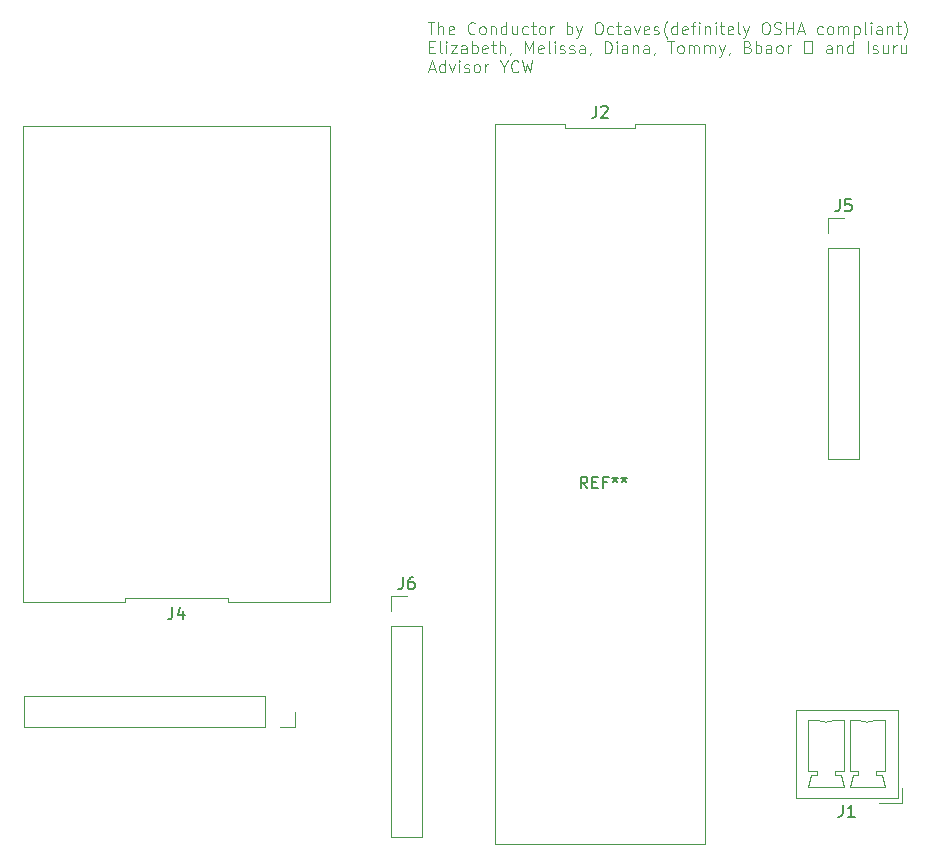
<source format=gbr>
%TF.GenerationSoftware,KiCad,Pcbnew,8.0.3*%
%TF.CreationDate,2024-07-18T11:22:03-07:00*%
%TF.ProjectId,pcb_test,7063625f-7465-4737-942e-6b696361645f,rev?*%
%TF.SameCoordinates,Original*%
%TF.FileFunction,Legend,Top*%
%TF.FilePolarity,Positive*%
%FSLAX46Y46*%
G04 Gerber Fmt 4.6, Leading zero omitted, Abs format (unit mm)*
G04 Created by KiCad (PCBNEW 8.0.3) date 2024-07-18 11:22:03*
%MOMM*%
%LPD*%
G01*
G04 APERTURE LIST*
%ADD10C,0.100000*%
%ADD11C,0.150000*%
%ADD12C,0.120000*%
G04 APERTURE END LIST*
D10*
X100161027Y-30652531D02*
X100732455Y-30652531D01*
X100446741Y-31652531D02*
X100446741Y-30652531D01*
X101065789Y-31652531D02*
X101065789Y-30652531D01*
X101494360Y-31652531D02*
X101494360Y-31128721D01*
X101494360Y-31128721D02*
X101446741Y-31033483D01*
X101446741Y-31033483D02*
X101351503Y-30985864D01*
X101351503Y-30985864D02*
X101208646Y-30985864D01*
X101208646Y-30985864D02*
X101113408Y-31033483D01*
X101113408Y-31033483D02*
X101065789Y-31081102D01*
X102351503Y-31604912D02*
X102256265Y-31652531D01*
X102256265Y-31652531D02*
X102065789Y-31652531D01*
X102065789Y-31652531D02*
X101970551Y-31604912D01*
X101970551Y-31604912D02*
X101922932Y-31509673D01*
X101922932Y-31509673D02*
X101922932Y-31128721D01*
X101922932Y-31128721D02*
X101970551Y-31033483D01*
X101970551Y-31033483D02*
X102065789Y-30985864D01*
X102065789Y-30985864D02*
X102256265Y-30985864D01*
X102256265Y-30985864D02*
X102351503Y-31033483D01*
X102351503Y-31033483D02*
X102399122Y-31128721D01*
X102399122Y-31128721D02*
X102399122Y-31223959D01*
X102399122Y-31223959D02*
X101922932Y-31319197D01*
X104161027Y-31557292D02*
X104113408Y-31604912D01*
X104113408Y-31604912D02*
X103970551Y-31652531D01*
X103970551Y-31652531D02*
X103875313Y-31652531D01*
X103875313Y-31652531D02*
X103732456Y-31604912D01*
X103732456Y-31604912D02*
X103637218Y-31509673D01*
X103637218Y-31509673D02*
X103589599Y-31414435D01*
X103589599Y-31414435D02*
X103541980Y-31223959D01*
X103541980Y-31223959D02*
X103541980Y-31081102D01*
X103541980Y-31081102D02*
X103589599Y-30890626D01*
X103589599Y-30890626D02*
X103637218Y-30795388D01*
X103637218Y-30795388D02*
X103732456Y-30700150D01*
X103732456Y-30700150D02*
X103875313Y-30652531D01*
X103875313Y-30652531D02*
X103970551Y-30652531D01*
X103970551Y-30652531D02*
X104113408Y-30700150D01*
X104113408Y-30700150D02*
X104161027Y-30747769D01*
X104732456Y-31652531D02*
X104637218Y-31604912D01*
X104637218Y-31604912D02*
X104589599Y-31557292D01*
X104589599Y-31557292D02*
X104541980Y-31462054D01*
X104541980Y-31462054D02*
X104541980Y-31176340D01*
X104541980Y-31176340D02*
X104589599Y-31081102D01*
X104589599Y-31081102D02*
X104637218Y-31033483D01*
X104637218Y-31033483D02*
X104732456Y-30985864D01*
X104732456Y-30985864D02*
X104875313Y-30985864D01*
X104875313Y-30985864D02*
X104970551Y-31033483D01*
X104970551Y-31033483D02*
X105018170Y-31081102D01*
X105018170Y-31081102D02*
X105065789Y-31176340D01*
X105065789Y-31176340D02*
X105065789Y-31462054D01*
X105065789Y-31462054D02*
X105018170Y-31557292D01*
X105018170Y-31557292D02*
X104970551Y-31604912D01*
X104970551Y-31604912D02*
X104875313Y-31652531D01*
X104875313Y-31652531D02*
X104732456Y-31652531D01*
X105494361Y-30985864D02*
X105494361Y-31652531D01*
X105494361Y-31081102D02*
X105541980Y-31033483D01*
X105541980Y-31033483D02*
X105637218Y-30985864D01*
X105637218Y-30985864D02*
X105780075Y-30985864D01*
X105780075Y-30985864D02*
X105875313Y-31033483D01*
X105875313Y-31033483D02*
X105922932Y-31128721D01*
X105922932Y-31128721D02*
X105922932Y-31652531D01*
X106827694Y-31652531D02*
X106827694Y-30652531D01*
X106827694Y-31604912D02*
X106732456Y-31652531D01*
X106732456Y-31652531D02*
X106541980Y-31652531D01*
X106541980Y-31652531D02*
X106446742Y-31604912D01*
X106446742Y-31604912D02*
X106399123Y-31557292D01*
X106399123Y-31557292D02*
X106351504Y-31462054D01*
X106351504Y-31462054D02*
X106351504Y-31176340D01*
X106351504Y-31176340D02*
X106399123Y-31081102D01*
X106399123Y-31081102D02*
X106446742Y-31033483D01*
X106446742Y-31033483D02*
X106541980Y-30985864D01*
X106541980Y-30985864D02*
X106732456Y-30985864D01*
X106732456Y-30985864D02*
X106827694Y-31033483D01*
X107732456Y-30985864D02*
X107732456Y-31652531D01*
X107303885Y-30985864D02*
X107303885Y-31509673D01*
X107303885Y-31509673D02*
X107351504Y-31604912D01*
X107351504Y-31604912D02*
X107446742Y-31652531D01*
X107446742Y-31652531D02*
X107589599Y-31652531D01*
X107589599Y-31652531D02*
X107684837Y-31604912D01*
X107684837Y-31604912D02*
X107732456Y-31557292D01*
X108637218Y-31604912D02*
X108541980Y-31652531D01*
X108541980Y-31652531D02*
X108351504Y-31652531D01*
X108351504Y-31652531D02*
X108256266Y-31604912D01*
X108256266Y-31604912D02*
X108208647Y-31557292D01*
X108208647Y-31557292D02*
X108161028Y-31462054D01*
X108161028Y-31462054D02*
X108161028Y-31176340D01*
X108161028Y-31176340D02*
X108208647Y-31081102D01*
X108208647Y-31081102D02*
X108256266Y-31033483D01*
X108256266Y-31033483D02*
X108351504Y-30985864D01*
X108351504Y-30985864D02*
X108541980Y-30985864D01*
X108541980Y-30985864D02*
X108637218Y-31033483D01*
X108922933Y-30985864D02*
X109303885Y-30985864D01*
X109065790Y-30652531D02*
X109065790Y-31509673D01*
X109065790Y-31509673D02*
X109113409Y-31604912D01*
X109113409Y-31604912D02*
X109208647Y-31652531D01*
X109208647Y-31652531D02*
X109303885Y-31652531D01*
X109780076Y-31652531D02*
X109684838Y-31604912D01*
X109684838Y-31604912D02*
X109637219Y-31557292D01*
X109637219Y-31557292D02*
X109589600Y-31462054D01*
X109589600Y-31462054D02*
X109589600Y-31176340D01*
X109589600Y-31176340D02*
X109637219Y-31081102D01*
X109637219Y-31081102D02*
X109684838Y-31033483D01*
X109684838Y-31033483D02*
X109780076Y-30985864D01*
X109780076Y-30985864D02*
X109922933Y-30985864D01*
X109922933Y-30985864D02*
X110018171Y-31033483D01*
X110018171Y-31033483D02*
X110065790Y-31081102D01*
X110065790Y-31081102D02*
X110113409Y-31176340D01*
X110113409Y-31176340D02*
X110113409Y-31462054D01*
X110113409Y-31462054D02*
X110065790Y-31557292D01*
X110065790Y-31557292D02*
X110018171Y-31604912D01*
X110018171Y-31604912D02*
X109922933Y-31652531D01*
X109922933Y-31652531D02*
X109780076Y-31652531D01*
X110541981Y-31652531D02*
X110541981Y-30985864D01*
X110541981Y-31176340D02*
X110589600Y-31081102D01*
X110589600Y-31081102D02*
X110637219Y-31033483D01*
X110637219Y-31033483D02*
X110732457Y-30985864D01*
X110732457Y-30985864D02*
X110827695Y-30985864D01*
X111922934Y-31652531D02*
X111922934Y-30652531D01*
X111922934Y-31033483D02*
X112018172Y-30985864D01*
X112018172Y-30985864D02*
X112208648Y-30985864D01*
X112208648Y-30985864D02*
X112303886Y-31033483D01*
X112303886Y-31033483D02*
X112351505Y-31081102D01*
X112351505Y-31081102D02*
X112399124Y-31176340D01*
X112399124Y-31176340D02*
X112399124Y-31462054D01*
X112399124Y-31462054D02*
X112351505Y-31557292D01*
X112351505Y-31557292D02*
X112303886Y-31604912D01*
X112303886Y-31604912D02*
X112208648Y-31652531D01*
X112208648Y-31652531D02*
X112018172Y-31652531D01*
X112018172Y-31652531D02*
X111922934Y-31604912D01*
X112732458Y-30985864D02*
X112970553Y-31652531D01*
X113208648Y-30985864D02*
X112970553Y-31652531D01*
X112970553Y-31652531D02*
X112875315Y-31890626D01*
X112875315Y-31890626D02*
X112827696Y-31938245D01*
X112827696Y-31938245D02*
X112732458Y-31985864D01*
X114541982Y-30652531D02*
X114732458Y-30652531D01*
X114732458Y-30652531D02*
X114827696Y-30700150D01*
X114827696Y-30700150D02*
X114922934Y-30795388D01*
X114922934Y-30795388D02*
X114970553Y-30985864D01*
X114970553Y-30985864D02*
X114970553Y-31319197D01*
X114970553Y-31319197D02*
X114922934Y-31509673D01*
X114922934Y-31509673D02*
X114827696Y-31604912D01*
X114827696Y-31604912D02*
X114732458Y-31652531D01*
X114732458Y-31652531D02*
X114541982Y-31652531D01*
X114541982Y-31652531D02*
X114446744Y-31604912D01*
X114446744Y-31604912D02*
X114351506Y-31509673D01*
X114351506Y-31509673D02*
X114303887Y-31319197D01*
X114303887Y-31319197D02*
X114303887Y-30985864D01*
X114303887Y-30985864D02*
X114351506Y-30795388D01*
X114351506Y-30795388D02*
X114446744Y-30700150D01*
X114446744Y-30700150D02*
X114541982Y-30652531D01*
X115827696Y-31604912D02*
X115732458Y-31652531D01*
X115732458Y-31652531D02*
X115541982Y-31652531D01*
X115541982Y-31652531D02*
X115446744Y-31604912D01*
X115446744Y-31604912D02*
X115399125Y-31557292D01*
X115399125Y-31557292D02*
X115351506Y-31462054D01*
X115351506Y-31462054D02*
X115351506Y-31176340D01*
X115351506Y-31176340D02*
X115399125Y-31081102D01*
X115399125Y-31081102D02*
X115446744Y-31033483D01*
X115446744Y-31033483D02*
X115541982Y-30985864D01*
X115541982Y-30985864D02*
X115732458Y-30985864D01*
X115732458Y-30985864D02*
X115827696Y-31033483D01*
X116113411Y-30985864D02*
X116494363Y-30985864D01*
X116256268Y-30652531D02*
X116256268Y-31509673D01*
X116256268Y-31509673D02*
X116303887Y-31604912D01*
X116303887Y-31604912D02*
X116399125Y-31652531D01*
X116399125Y-31652531D02*
X116494363Y-31652531D01*
X117256268Y-31652531D02*
X117256268Y-31128721D01*
X117256268Y-31128721D02*
X117208649Y-31033483D01*
X117208649Y-31033483D02*
X117113411Y-30985864D01*
X117113411Y-30985864D02*
X116922935Y-30985864D01*
X116922935Y-30985864D02*
X116827697Y-31033483D01*
X117256268Y-31604912D02*
X117161030Y-31652531D01*
X117161030Y-31652531D02*
X116922935Y-31652531D01*
X116922935Y-31652531D02*
X116827697Y-31604912D01*
X116827697Y-31604912D02*
X116780078Y-31509673D01*
X116780078Y-31509673D02*
X116780078Y-31414435D01*
X116780078Y-31414435D02*
X116827697Y-31319197D01*
X116827697Y-31319197D02*
X116922935Y-31271578D01*
X116922935Y-31271578D02*
X117161030Y-31271578D01*
X117161030Y-31271578D02*
X117256268Y-31223959D01*
X117637221Y-30985864D02*
X117875316Y-31652531D01*
X117875316Y-31652531D02*
X118113411Y-30985864D01*
X118875316Y-31604912D02*
X118780078Y-31652531D01*
X118780078Y-31652531D02*
X118589602Y-31652531D01*
X118589602Y-31652531D02*
X118494364Y-31604912D01*
X118494364Y-31604912D02*
X118446745Y-31509673D01*
X118446745Y-31509673D02*
X118446745Y-31128721D01*
X118446745Y-31128721D02*
X118494364Y-31033483D01*
X118494364Y-31033483D02*
X118589602Y-30985864D01*
X118589602Y-30985864D02*
X118780078Y-30985864D01*
X118780078Y-30985864D02*
X118875316Y-31033483D01*
X118875316Y-31033483D02*
X118922935Y-31128721D01*
X118922935Y-31128721D02*
X118922935Y-31223959D01*
X118922935Y-31223959D02*
X118446745Y-31319197D01*
X119303888Y-31604912D02*
X119399126Y-31652531D01*
X119399126Y-31652531D02*
X119589602Y-31652531D01*
X119589602Y-31652531D02*
X119684840Y-31604912D01*
X119684840Y-31604912D02*
X119732459Y-31509673D01*
X119732459Y-31509673D02*
X119732459Y-31462054D01*
X119732459Y-31462054D02*
X119684840Y-31366816D01*
X119684840Y-31366816D02*
X119589602Y-31319197D01*
X119589602Y-31319197D02*
X119446745Y-31319197D01*
X119446745Y-31319197D02*
X119351507Y-31271578D01*
X119351507Y-31271578D02*
X119303888Y-31176340D01*
X119303888Y-31176340D02*
X119303888Y-31128721D01*
X119303888Y-31128721D02*
X119351507Y-31033483D01*
X119351507Y-31033483D02*
X119446745Y-30985864D01*
X119446745Y-30985864D02*
X119589602Y-30985864D01*
X119589602Y-30985864D02*
X119684840Y-31033483D01*
X120446745Y-32033483D02*
X120399126Y-31985864D01*
X120399126Y-31985864D02*
X120303888Y-31843007D01*
X120303888Y-31843007D02*
X120256269Y-31747769D01*
X120256269Y-31747769D02*
X120208650Y-31604912D01*
X120208650Y-31604912D02*
X120161031Y-31366816D01*
X120161031Y-31366816D02*
X120161031Y-31176340D01*
X120161031Y-31176340D02*
X120208650Y-30938245D01*
X120208650Y-30938245D02*
X120256269Y-30795388D01*
X120256269Y-30795388D02*
X120303888Y-30700150D01*
X120303888Y-30700150D02*
X120399126Y-30557292D01*
X120399126Y-30557292D02*
X120446745Y-30509673D01*
X121256269Y-31652531D02*
X121256269Y-30652531D01*
X121256269Y-31604912D02*
X121161031Y-31652531D01*
X121161031Y-31652531D02*
X120970555Y-31652531D01*
X120970555Y-31652531D02*
X120875317Y-31604912D01*
X120875317Y-31604912D02*
X120827698Y-31557292D01*
X120827698Y-31557292D02*
X120780079Y-31462054D01*
X120780079Y-31462054D02*
X120780079Y-31176340D01*
X120780079Y-31176340D02*
X120827698Y-31081102D01*
X120827698Y-31081102D02*
X120875317Y-31033483D01*
X120875317Y-31033483D02*
X120970555Y-30985864D01*
X120970555Y-30985864D02*
X121161031Y-30985864D01*
X121161031Y-30985864D02*
X121256269Y-31033483D01*
X122113412Y-31604912D02*
X122018174Y-31652531D01*
X122018174Y-31652531D02*
X121827698Y-31652531D01*
X121827698Y-31652531D02*
X121732460Y-31604912D01*
X121732460Y-31604912D02*
X121684841Y-31509673D01*
X121684841Y-31509673D02*
X121684841Y-31128721D01*
X121684841Y-31128721D02*
X121732460Y-31033483D01*
X121732460Y-31033483D02*
X121827698Y-30985864D01*
X121827698Y-30985864D02*
X122018174Y-30985864D01*
X122018174Y-30985864D02*
X122113412Y-31033483D01*
X122113412Y-31033483D02*
X122161031Y-31128721D01*
X122161031Y-31128721D02*
X122161031Y-31223959D01*
X122161031Y-31223959D02*
X121684841Y-31319197D01*
X122446746Y-30985864D02*
X122827698Y-30985864D01*
X122589603Y-31652531D02*
X122589603Y-30795388D01*
X122589603Y-30795388D02*
X122637222Y-30700150D01*
X122637222Y-30700150D02*
X122732460Y-30652531D01*
X122732460Y-30652531D02*
X122827698Y-30652531D01*
X123161032Y-31652531D02*
X123161032Y-30985864D01*
X123161032Y-30652531D02*
X123113413Y-30700150D01*
X123113413Y-30700150D02*
X123161032Y-30747769D01*
X123161032Y-30747769D02*
X123208651Y-30700150D01*
X123208651Y-30700150D02*
X123161032Y-30652531D01*
X123161032Y-30652531D02*
X123161032Y-30747769D01*
X123637222Y-30985864D02*
X123637222Y-31652531D01*
X123637222Y-31081102D02*
X123684841Y-31033483D01*
X123684841Y-31033483D02*
X123780079Y-30985864D01*
X123780079Y-30985864D02*
X123922936Y-30985864D01*
X123922936Y-30985864D02*
X124018174Y-31033483D01*
X124018174Y-31033483D02*
X124065793Y-31128721D01*
X124065793Y-31128721D02*
X124065793Y-31652531D01*
X124541984Y-31652531D02*
X124541984Y-30985864D01*
X124541984Y-30652531D02*
X124494365Y-30700150D01*
X124494365Y-30700150D02*
X124541984Y-30747769D01*
X124541984Y-30747769D02*
X124589603Y-30700150D01*
X124589603Y-30700150D02*
X124541984Y-30652531D01*
X124541984Y-30652531D02*
X124541984Y-30747769D01*
X124875317Y-30985864D02*
X125256269Y-30985864D01*
X125018174Y-30652531D02*
X125018174Y-31509673D01*
X125018174Y-31509673D02*
X125065793Y-31604912D01*
X125065793Y-31604912D02*
X125161031Y-31652531D01*
X125161031Y-31652531D02*
X125256269Y-31652531D01*
X125970555Y-31604912D02*
X125875317Y-31652531D01*
X125875317Y-31652531D02*
X125684841Y-31652531D01*
X125684841Y-31652531D02*
X125589603Y-31604912D01*
X125589603Y-31604912D02*
X125541984Y-31509673D01*
X125541984Y-31509673D02*
X125541984Y-31128721D01*
X125541984Y-31128721D02*
X125589603Y-31033483D01*
X125589603Y-31033483D02*
X125684841Y-30985864D01*
X125684841Y-30985864D02*
X125875317Y-30985864D01*
X125875317Y-30985864D02*
X125970555Y-31033483D01*
X125970555Y-31033483D02*
X126018174Y-31128721D01*
X126018174Y-31128721D02*
X126018174Y-31223959D01*
X126018174Y-31223959D02*
X125541984Y-31319197D01*
X126589603Y-31652531D02*
X126494365Y-31604912D01*
X126494365Y-31604912D02*
X126446746Y-31509673D01*
X126446746Y-31509673D02*
X126446746Y-30652531D01*
X126875318Y-30985864D02*
X127113413Y-31652531D01*
X127351508Y-30985864D02*
X127113413Y-31652531D01*
X127113413Y-31652531D02*
X127018175Y-31890626D01*
X127018175Y-31890626D02*
X126970556Y-31938245D01*
X126970556Y-31938245D02*
X126875318Y-31985864D01*
X128684842Y-30652531D02*
X128875318Y-30652531D01*
X128875318Y-30652531D02*
X128970556Y-30700150D01*
X128970556Y-30700150D02*
X129065794Y-30795388D01*
X129065794Y-30795388D02*
X129113413Y-30985864D01*
X129113413Y-30985864D02*
X129113413Y-31319197D01*
X129113413Y-31319197D02*
X129065794Y-31509673D01*
X129065794Y-31509673D02*
X128970556Y-31604912D01*
X128970556Y-31604912D02*
X128875318Y-31652531D01*
X128875318Y-31652531D02*
X128684842Y-31652531D01*
X128684842Y-31652531D02*
X128589604Y-31604912D01*
X128589604Y-31604912D02*
X128494366Y-31509673D01*
X128494366Y-31509673D02*
X128446747Y-31319197D01*
X128446747Y-31319197D02*
X128446747Y-30985864D01*
X128446747Y-30985864D02*
X128494366Y-30795388D01*
X128494366Y-30795388D02*
X128589604Y-30700150D01*
X128589604Y-30700150D02*
X128684842Y-30652531D01*
X129494366Y-31604912D02*
X129637223Y-31652531D01*
X129637223Y-31652531D02*
X129875318Y-31652531D01*
X129875318Y-31652531D02*
X129970556Y-31604912D01*
X129970556Y-31604912D02*
X130018175Y-31557292D01*
X130018175Y-31557292D02*
X130065794Y-31462054D01*
X130065794Y-31462054D02*
X130065794Y-31366816D01*
X130065794Y-31366816D02*
X130018175Y-31271578D01*
X130018175Y-31271578D02*
X129970556Y-31223959D01*
X129970556Y-31223959D02*
X129875318Y-31176340D01*
X129875318Y-31176340D02*
X129684842Y-31128721D01*
X129684842Y-31128721D02*
X129589604Y-31081102D01*
X129589604Y-31081102D02*
X129541985Y-31033483D01*
X129541985Y-31033483D02*
X129494366Y-30938245D01*
X129494366Y-30938245D02*
X129494366Y-30843007D01*
X129494366Y-30843007D02*
X129541985Y-30747769D01*
X129541985Y-30747769D02*
X129589604Y-30700150D01*
X129589604Y-30700150D02*
X129684842Y-30652531D01*
X129684842Y-30652531D02*
X129922937Y-30652531D01*
X129922937Y-30652531D02*
X130065794Y-30700150D01*
X130494366Y-31652531D02*
X130494366Y-30652531D01*
X130494366Y-31128721D02*
X131065794Y-31128721D01*
X131065794Y-31652531D02*
X131065794Y-30652531D01*
X131494366Y-31366816D02*
X131970556Y-31366816D01*
X131399128Y-31652531D02*
X131732461Y-30652531D01*
X131732461Y-30652531D02*
X132065794Y-31652531D01*
X133589604Y-31604912D02*
X133494366Y-31652531D01*
X133494366Y-31652531D02*
X133303890Y-31652531D01*
X133303890Y-31652531D02*
X133208652Y-31604912D01*
X133208652Y-31604912D02*
X133161033Y-31557292D01*
X133161033Y-31557292D02*
X133113414Y-31462054D01*
X133113414Y-31462054D02*
X133113414Y-31176340D01*
X133113414Y-31176340D02*
X133161033Y-31081102D01*
X133161033Y-31081102D02*
X133208652Y-31033483D01*
X133208652Y-31033483D02*
X133303890Y-30985864D01*
X133303890Y-30985864D02*
X133494366Y-30985864D01*
X133494366Y-30985864D02*
X133589604Y-31033483D01*
X134161033Y-31652531D02*
X134065795Y-31604912D01*
X134065795Y-31604912D02*
X134018176Y-31557292D01*
X134018176Y-31557292D02*
X133970557Y-31462054D01*
X133970557Y-31462054D02*
X133970557Y-31176340D01*
X133970557Y-31176340D02*
X134018176Y-31081102D01*
X134018176Y-31081102D02*
X134065795Y-31033483D01*
X134065795Y-31033483D02*
X134161033Y-30985864D01*
X134161033Y-30985864D02*
X134303890Y-30985864D01*
X134303890Y-30985864D02*
X134399128Y-31033483D01*
X134399128Y-31033483D02*
X134446747Y-31081102D01*
X134446747Y-31081102D02*
X134494366Y-31176340D01*
X134494366Y-31176340D02*
X134494366Y-31462054D01*
X134494366Y-31462054D02*
X134446747Y-31557292D01*
X134446747Y-31557292D02*
X134399128Y-31604912D01*
X134399128Y-31604912D02*
X134303890Y-31652531D01*
X134303890Y-31652531D02*
X134161033Y-31652531D01*
X134922938Y-31652531D02*
X134922938Y-30985864D01*
X134922938Y-31081102D02*
X134970557Y-31033483D01*
X134970557Y-31033483D02*
X135065795Y-30985864D01*
X135065795Y-30985864D02*
X135208652Y-30985864D01*
X135208652Y-30985864D02*
X135303890Y-31033483D01*
X135303890Y-31033483D02*
X135351509Y-31128721D01*
X135351509Y-31128721D02*
X135351509Y-31652531D01*
X135351509Y-31128721D02*
X135399128Y-31033483D01*
X135399128Y-31033483D02*
X135494366Y-30985864D01*
X135494366Y-30985864D02*
X135637223Y-30985864D01*
X135637223Y-30985864D02*
X135732462Y-31033483D01*
X135732462Y-31033483D02*
X135780081Y-31128721D01*
X135780081Y-31128721D02*
X135780081Y-31652531D01*
X136256271Y-30985864D02*
X136256271Y-31985864D01*
X136256271Y-31033483D02*
X136351509Y-30985864D01*
X136351509Y-30985864D02*
X136541985Y-30985864D01*
X136541985Y-30985864D02*
X136637223Y-31033483D01*
X136637223Y-31033483D02*
X136684842Y-31081102D01*
X136684842Y-31081102D02*
X136732461Y-31176340D01*
X136732461Y-31176340D02*
X136732461Y-31462054D01*
X136732461Y-31462054D02*
X136684842Y-31557292D01*
X136684842Y-31557292D02*
X136637223Y-31604912D01*
X136637223Y-31604912D02*
X136541985Y-31652531D01*
X136541985Y-31652531D02*
X136351509Y-31652531D01*
X136351509Y-31652531D02*
X136256271Y-31604912D01*
X137303890Y-31652531D02*
X137208652Y-31604912D01*
X137208652Y-31604912D02*
X137161033Y-31509673D01*
X137161033Y-31509673D02*
X137161033Y-30652531D01*
X137684843Y-31652531D02*
X137684843Y-30985864D01*
X137684843Y-30652531D02*
X137637224Y-30700150D01*
X137637224Y-30700150D02*
X137684843Y-30747769D01*
X137684843Y-30747769D02*
X137732462Y-30700150D01*
X137732462Y-30700150D02*
X137684843Y-30652531D01*
X137684843Y-30652531D02*
X137684843Y-30747769D01*
X138589604Y-31652531D02*
X138589604Y-31128721D01*
X138589604Y-31128721D02*
X138541985Y-31033483D01*
X138541985Y-31033483D02*
X138446747Y-30985864D01*
X138446747Y-30985864D02*
X138256271Y-30985864D01*
X138256271Y-30985864D02*
X138161033Y-31033483D01*
X138589604Y-31604912D02*
X138494366Y-31652531D01*
X138494366Y-31652531D02*
X138256271Y-31652531D01*
X138256271Y-31652531D02*
X138161033Y-31604912D01*
X138161033Y-31604912D02*
X138113414Y-31509673D01*
X138113414Y-31509673D02*
X138113414Y-31414435D01*
X138113414Y-31414435D02*
X138161033Y-31319197D01*
X138161033Y-31319197D02*
X138256271Y-31271578D01*
X138256271Y-31271578D02*
X138494366Y-31271578D01*
X138494366Y-31271578D02*
X138589604Y-31223959D01*
X139065795Y-30985864D02*
X139065795Y-31652531D01*
X139065795Y-31081102D02*
X139113414Y-31033483D01*
X139113414Y-31033483D02*
X139208652Y-30985864D01*
X139208652Y-30985864D02*
X139351509Y-30985864D01*
X139351509Y-30985864D02*
X139446747Y-31033483D01*
X139446747Y-31033483D02*
X139494366Y-31128721D01*
X139494366Y-31128721D02*
X139494366Y-31652531D01*
X139827700Y-30985864D02*
X140208652Y-30985864D01*
X139970557Y-30652531D02*
X139970557Y-31509673D01*
X139970557Y-31509673D02*
X140018176Y-31604912D01*
X140018176Y-31604912D02*
X140113414Y-31652531D01*
X140113414Y-31652531D02*
X140208652Y-31652531D01*
X140446748Y-32033483D02*
X140494367Y-31985864D01*
X140494367Y-31985864D02*
X140589605Y-31843007D01*
X140589605Y-31843007D02*
X140637224Y-31747769D01*
X140637224Y-31747769D02*
X140684843Y-31604912D01*
X140684843Y-31604912D02*
X140732462Y-31366816D01*
X140732462Y-31366816D02*
X140732462Y-31176340D01*
X140732462Y-31176340D02*
X140684843Y-30938245D01*
X140684843Y-30938245D02*
X140637224Y-30795388D01*
X140637224Y-30795388D02*
X140589605Y-30700150D01*
X140589605Y-30700150D02*
X140494367Y-30557292D01*
X140494367Y-30557292D02*
X140446748Y-30509673D01*
X100303884Y-32738665D02*
X100637217Y-32738665D01*
X100780074Y-33262475D02*
X100303884Y-33262475D01*
X100303884Y-33262475D02*
X100303884Y-32262475D01*
X100303884Y-32262475D02*
X100780074Y-32262475D01*
X101351503Y-33262475D02*
X101256265Y-33214856D01*
X101256265Y-33214856D02*
X101208646Y-33119617D01*
X101208646Y-33119617D02*
X101208646Y-32262475D01*
X101732456Y-33262475D02*
X101732456Y-32595808D01*
X101732456Y-32262475D02*
X101684837Y-32310094D01*
X101684837Y-32310094D02*
X101732456Y-32357713D01*
X101732456Y-32357713D02*
X101780075Y-32310094D01*
X101780075Y-32310094D02*
X101732456Y-32262475D01*
X101732456Y-32262475D02*
X101732456Y-32357713D01*
X102113408Y-32595808D02*
X102637217Y-32595808D01*
X102637217Y-32595808D02*
X102113408Y-33262475D01*
X102113408Y-33262475D02*
X102637217Y-33262475D01*
X103446741Y-33262475D02*
X103446741Y-32738665D01*
X103446741Y-32738665D02*
X103399122Y-32643427D01*
X103399122Y-32643427D02*
X103303884Y-32595808D01*
X103303884Y-32595808D02*
X103113408Y-32595808D01*
X103113408Y-32595808D02*
X103018170Y-32643427D01*
X103446741Y-33214856D02*
X103351503Y-33262475D01*
X103351503Y-33262475D02*
X103113408Y-33262475D01*
X103113408Y-33262475D02*
X103018170Y-33214856D01*
X103018170Y-33214856D02*
X102970551Y-33119617D01*
X102970551Y-33119617D02*
X102970551Y-33024379D01*
X102970551Y-33024379D02*
X103018170Y-32929141D01*
X103018170Y-32929141D02*
X103113408Y-32881522D01*
X103113408Y-32881522D02*
X103351503Y-32881522D01*
X103351503Y-32881522D02*
X103446741Y-32833903D01*
X103922932Y-33262475D02*
X103922932Y-32262475D01*
X103922932Y-32643427D02*
X104018170Y-32595808D01*
X104018170Y-32595808D02*
X104208646Y-32595808D01*
X104208646Y-32595808D02*
X104303884Y-32643427D01*
X104303884Y-32643427D02*
X104351503Y-32691046D01*
X104351503Y-32691046D02*
X104399122Y-32786284D01*
X104399122Y-32786284D02*
X104399122Y-33071998D01*
X104399122Y-33071998D02*
X104351503Y-33167236D01*
X104351503Y-33167236D02*
X104303884Y-33214856D01*
X104303884Y-33214856D02*
X104208646Y-33262475D01*
X104208646Y-33262475D02*
X104018170Y-33262475D01*
X104018170Y-33262475D02*
X103922932Y-33214856D01*
X105208646Y-33214856D02*
X105113408Y-33262475D01*
X105113408Y-33262475D02*
X104922932Y-33262475D01*
X104922932Y-33262475D02*
X104827694Y-33214856D01*
X104827694Y-33214856D02*
X104780075Y-33119617D01*
X104780075Y-33119617D02*
X104780075Y-32738665D01*
X104780075Y-32738665D02*
X104827694Y-32643427D01*
X104827694Y-32643427D02*
X104922932Y-32595808D01*
X104922932Y-32595808D02*
X105113408Y-32595808D01*
X105113408Y-32595808D02*
X105208646Y-32643427D01*
X105208646Y-32643427D02*
X105256265Y-32738665D01*
X105256265Y-32738665D02*
X105256265Y-32833903D01*
X105256265Y-32833903D02*
X104780075Y-32929141D01*
X105541980Y-32595808D02*
X105922932Y-32595808D01*
X105684837Y-32262475D02*
X105684837Y-33119617D01*
X105684837Y-33119617D02*
X105732456Y-33214856D01*
X105732456Y-33214856D02*
X105827694Y-33262475D01*
X105827694Y-33262475D02*
X105922932Y-33262475D01*
X106256266Y-33262475D02*
X106256266Y-32262475D01*
X106684837Y-33262475D02*
X106684837Y-32738665D01*
X106684837Y-32738665D02*
X106637218Y-32643427D01*
X106637218Y-32643427D02*
X106541980Y-32595808D01*
X106541980Y-32595808D02*
X106399123Y-32595808D01*
X106399123Y-32595808D02*
X106303885Y-32643427D01*
X106303885Y-32643427D02*
X106256266Y-32691046D01*
X107208647Y-33214856D02*
X107208647Y-33262475D01*
X107208647Y-33262475D02*
X107161028Y-33357713D01*
X107161028Y-33357713D02*
X107113409Y-33405332D01*
X108399123Y-33262475D02*
X108399123Y-32262475D01*
X108399123Y-32262475D02*
X108732456Y-32976760D01*
X108732456Y-32976760D02*
X109065789Y-32262475D01*
X109065789Y-32262475D02*
X109065789Y-33262475D01*
X109922932Y-33214856D02*
X109827694Y-33262475D01*
X109827694Y-33262475D02*
X109637218Y-33262475D01*
X109637218Y-33262475D02*
X109541980Y-33214856D01*
X109541980Y-33214856D02*
X109494361Y-33119617D01*
X109494361Y-33119617D02*
X109494361Y-32738665D01*
X109494361Y-32738665D02*
X109541980Y-32643427D01*
X109541980Y-32643427D02*
X109637218Y-32595808D01*
X109637218Y-32595808D02*
X109827694Y-32595808D01*
X109827694Y-32595808D02*
X109922932Y-32643427D01*
X109922932Y-32643427D02*
X109970551Y-32738665D01*
X109970551Y-32738665D02*
X109970551Y-32833903D01*
X109970551Y-32833903D02*
X109494361Y-32929141D01*
X110541980Y-33262475D02*
X110446742Y-33214856D01*
X110446742Y-33214856D02*
X110399123Y-33119617D01*
X110399123Y-33119617D02*
X110399123Y-32262475D01*
X110922933Y-33262475D02*
X110922933Y-32595808D01*
X110922933Y-32262475D02*
X110875314Y-32310094D01*
X110875314Y-32310094D02*
X110922933Y-32357713D01*
X110922933Y-32357713D02*
X110970552Y-32310094D01*
X110970552Y-32310094D02*
X110922933Y-32262475D01*
X110922933Y-32262475D02*
X110922933Y-32357713D01*
X111351504Y-33214856D02*
X111446742Y-33262475D01*
X111446742Y-33262475D02*
X111637218Y-33262475D01*
X111637218Y-33262475D02*
X111732456Y-33214856D01*
X111732456Y-33214856D02*
X111780075Y-33119617D01*
X111780075Y-33119617D02*
X111780075Y-33071998D01*
X111780075Y-33071998D02*
X111732456Y-32976760D01*
X111732456Y-32976760D02*
X111637218Y-32929141D01*
X111637218Y-32929141D02*
X111494361Y-32929141D01*
X111494361Y-32929141D02*
X111399123Y-32881522D01*
X111399123Y-32881522D02*
X111351504Y-32786284D01*
X111351504Y-32786284D02*
X111351504Y-32738665D01*
X111351504Y-32738665D02*
X111399123Y-32643427D01*
X111399123Y-32643427D02*
X111494361Y-32595808D01*
X111494361Y-32595808D02*
X111637218Y-32595808D01*
X111637218Y-32595808D02*
X111732456Y-32643427D01*
X112161028Y-33214856D02*
X112256266Y-33262475D01*
X112256266Y-33262475D02*
X112446742Y-33262475D01*
X112446742Y-33262475D02*
X112541980Y-33214856D01*
X112541980Y-33214856D02*
X112589599Y-33119617D01*
X112589599Y-33119617D02*
X112589599Y-33071998D01*
X112589599Y-33071998D02*
X112541980Y-32976760D01*
X112541980Y-32976760D02*
X112446742Y-32929141D01*
X112446742Y-32929141D02*
X112303885Y-32929141D01*
X112303885Y-32929141D02*
X112208647Y-32881522D01*
X112208647Y-32881522D02*
X112161028Y-32786284D01*
X112161028Y-32786284D02*
X112161028Y-32738665D01*
X112161028Y-32738665D02*
X112208647Y-32643427D01*
X112208647Y-32643427D02*
X112303885Y-32595808D01*
X112303885Y-32595808D02*
X112446742Y-32595808D01*
X112446742Y-32595808D02*
X112541980Y-32643427D01*
X113446742Y-33262475D02*
X113446742Y-32738665D01*
X113446742Y-32738665D02*
X113399123Y-32643427D01*
X113399123Y-32643427D02*
X113303885Y-32595808D01*
X113303885Y-32595808D02*
X113113409Y-32595808D01*
X113113409Y-32595808D02*
X113018171Y-32643427D01*
X113446742Y-33214856D02*
X113351504Y-33262475D01*
X113351504Y-33262475D02*
X113113409Y-33262475D01*
X113113409Y-33262475D02*
X113018171Y-33214856D01*
X113018171Y-33214856D02*
X112970552Y-33119617D01*
X112970552Y-33119617D02*
X112970552Y-33024379D01*
X112970552Y-33024379D02*
X113018171Y-32929141D01*
X113018171Y-32929141D02*
X113113409Y-32881522D01*
X113113409Y-32881522D02*
X113351504Y-32881522D01*
X113351504Y-32881522D02*
X113446742Y-32833903D01*
X113970552Y-33214856D02*
X113970552Y-33262475D01*
X113970552Y-33262475D02*
X113922933Y-33357713D01*
X113922933Y-33357713D02*
X113875314Y-33405332D01*
X115161028Y-33262475D02*
X115161028Y-32262475D01*
X115161028Y-32262475D02*
X115399123Y-32262475D01*
X115399123Y-32262475D02*
X115541980Y-32310094D01*
X115541980Y-32310094D02*
X115637218Y-32405332D01*
X115637218Y-32405332D02*
X115684837Y-32500570D01*
X115684837Y-32500570D02*
X115732456Y-32691046D01*
X115732456Y-32691046D02*
X115732456Y-32833903D01*
X115732456Y-32833903D02*
X115684837Y-33024379D01*
X115684837Y-33024379D02*
X115637218Y-33119617D01*
X115637218Y-33119617D02*
X115541980Y-33214856D01*
X115541980Y-33214856D02*
X115399123Y-33262475D01*
X115399123Y-33262475D02*
X115161028Y-33262475D01*
X116161028Y-33262475D02*
X116161028Y-32595808D01*
X116161028Y-32262475D02*
X116113409Y-32310094D01*
X116113409Y-32310094D02*
X116161028Y-32357713D01*
X116161028Y-32357713D02*
X116208647Y-32310094D01*
X116208647Y-32310094D02*
X116161028Y-32262475D01*
X116161028Y-32262475D02*
X116161028Y-32357713D01*
X117065789Y-33262475D02*
X117065789Y-32738665D01*
X117065789Y-32738665D02*
X117018170Y-32643427D01*
X117018170Y-32643427D02*
X116922932Y-32595808D01*
X116922932Y-32595808D02*
X116732456Y-32595808D01*
X116732456Y-32595808D02*
X116637218Y-32643427D01*
X117065789Y-33214856D02*
X116970551Y-33262475D01*
X116970551Y-33262475D02*
X116732456Y-33262475D01*
X116732456Y-33262475D02*
X116637218Y-33214856D01*
X116637218Y-33214856D02*
X116589599Y-33119617D01*
X116589599Y-33119617D02*
X116589599Y-33024379D01*
X116589599Y-33024379D02*
X116637218Y-32929141D01*
X116637218Y-32929141D02*
X116732456Y-32881522D01*
X116732456Y-32881522D02*
X116970551Y-32881522D01*
X116970551Y-32881522D02*
X117065789Y-32833903D01*
X117541980Y-32595808D02*
X117541980Y-33262475D01*
X117541980Y-32691046D02*
X117589599Y-32643427D01*
X117589599Y-32643427D02*
X117684837Y-32595808D01*
X117684837Y-32595808D02*
X117827694Y-32595808D01*
X117827694Y-32595808D02*
X117922932Y-32643427D01*
X117922932Y-32643427D02*
X117970551Y-32738665D01*
X117970551Y-32738665D02*
X117970551Y-33262475D01*
X118875313Y-33262475D02*
X118875313Y-32738665D01*
X118875313Y-32738665D02*
X118827694Y-32643427D01*
X118827694Y-32643427D02*
X118732456Y-32595808D01*
X118732456Y-32595808D02*
X118541980Y-32595808D01*
X118541980Y-32595808D02*
X118446742Y-32643427D01*
X118875313Y-33214856D02*
X118780075Y-33262475D01*
X118780075Y-33262475D02*
X118541980Y-33262475D01*
X118541980Y-33262475D02*
X118446742Y-33214856D01*
X118446742Y-33214856D02*
X118399123Y-33119617D01*
X118399123Y-33119617D02*
X118399123Y-33024379D01*
X118399123Y-33024379D02*
X118446742Y-32929141D01*
X118446742Y-32929141D02*
X118541980Y-32881522D01*
X118541980Y-32881522D02*
X118780075Y-32881522D01*
X118780075Y-32881522D02*
X118875313Y-32833903D01*
X119399123Y-33214856D02*
X119399123Y-33262475D01*
X119399123Y-33262475D02*
X119351504Y-33357713D01*
X119351504Y-33357713D02*
X119303885Y-33405332D01*
X120446742Y-32262475D02*
X121018170Y-32262475D01*
X120732456Y-33262475D02*
X120732456Y-32262475D01*
X121494361Y-33262475D02*
X121399123Y-33214856D01*
X121399123Y-33214856D02*
X121351504Y-33167236D01*
X121351504Y-33167236D02*
X121303885Y-33071998D01*
X121303885Y-33071998D02*
X121303885Y-32786284D01*
X121303885Y-32786284D02*
X121351504Y-32691046D01*
X121351504Y-32691046D02*
X121399123Y-32643427D01*
X121399123Y-32643427D02*
X121494361Y-32595808D01*
X121494361Y-32595808D02*
X121637218Y-32595808D01*
X121637218Y-32595808D02*
X121732456Y-32643427D01*
X121732456Y-32643427D02*
X121780075Y-32691046D01*
X121780075Y-32691046D02*
X121827694Y-32786284D01*
X121827694Y-32786284D02*
X121827694Y-33071998D01*
X121827694Y-33071998D02*
X121780075Y-33167236D01*
X121780075Y-33167236D02*
X121732456Y-33214856D01*
X121732456Y-33214856D02*
X121637218Y-33262475D01*
X121637218Y-33262475D02*
X121494361Y-33262475D01*
X122256266Y-33262475D02*
X122256266Y-32595808D01*
X122256266Y-32691046D02*
X122303885Y-32643427D01*
X122303885Y-32643427D02*
X122399123Y-32595808D01*
X122399123Y-32595808D02*
X122541980Y-32595808D01*
X122541980Y-32595808D02*
X122637218Y-32643427D01*
X122637218Y-32643427D02*
X122684837Y-32738665D01*
X122684837Y-32738665D02*
X122684837Y-33262475D01*
X122684837Y-32738665D02*
X122732456Y-32643427D01*
X122732456Y-32643427D02*
X122827694Y-32595808D01*
X122827694Y-32595808D02*
X122970551Y-32595808D01*
X122970551Y-32595808D02*
X123065790Y-32643427D01*
X123065790Y-32643427D02*
X123113409Y-32738665D01*
X123113409Y-32738665D02*
X123113409Y-33262475D01*
X123589599Y-33262475D02*
X123589599Y-32595808D01*
X123589599Y-32691046D02*
X123637218Y-32643427D01*
X123637218Y-32643427D02*
X123732456Y-32595808D01*
X123732456Y-32595808D02*
X123875313Y-32595808D01*
X123875313Y-32595808D02*
X123970551Y-32643427D01*
X123970551Y-32643427D02*
X124018170Y-32738665D01*
X124018170Y-32738665D02*
X124018170Y-33262475D01*
X124018170Y-32738665D02*
X124065789Y-32643427D01*
X124065789Y-32643427D02*
X124161027Y-32595808D01*
X124161027Y-32595808D02*
X124303884Y-32595808D01*
X124303884Y-32595808D02*
X124399123Y-32643427D01*
X124399123Y-32643427D02*
X124446742Y-32738665D01*
X124446742Y-32738665D02*
X124446742Y-33262475D01*
X124827694Y-32595808D02*
X125065789Y-33262475D01*
X125303884Y-32595808D02*
X125065789Y-33262475D01*
X125065789Y-33262475D02*
X124970551Y-33500570D01*
X124970551Y-33500570D02*
X124922932Y-33548189D01*
X124922932Y-33548189D02*
X124827694Y-33595808D01*
X125732456Y-33214856D02*
X125732456Y-33262475D01*
X125732456Y-33262475D02*
X125684837Y-33357713D01*
X125684837Y-33357713D02*
X125637218Y-33405332D01*
X127256265Y-32738665D02*
X127399122Y-32786284D01*
X127399122Y-32786284D02*
X127446741Y-32833903D01*
X127446741Y-32833903D02*
X127494360Y-32929141D01*
X127494360Y-32929141D02*
X127494360Y-33071998D01*
X127494360Y-33071998D02*
X127446741Y-33167236D01*
X127446741Y-33167236D02*
X127399122Y-33214856D01*
X127399122Y-33214856D02*
X127303884Y-33262475D01*
X127303884Y-33262475D02*
X126922932Y-33262475D01*
X126922932Y-33262475D02*
X126922932Y-32262475D01*
X126922932Y-32262475D02*
X127256265Y-32262475D01*
X127256265Y-32262475D02*
X127351503Y-32310094D01*
X127351503Y-32310094D02*
X127399122Y-32357713D01*
X127399122Y-32357713D02*
X127446741Y-32452951D01*
X127446741Y-32452951D02*
X127446741Y-32548189D01*
X127446741Y-32548189D02*
X127399122Y-32643427D01*
X127399122Y-32643427D02*
X127351503Y-32691046D01*
X127351503Y-32691046D02*
X127256265Y-32738665D01*
X127256265Y-32738665D02*
X126922932Y-32738665D01*
X127922932Y-33262475D02*
X127922932Y-32262475D01*
X127922932Y-32643427D02*
X128018170Y-32595808D01*
X128018170Y-32595808D02*
X128208646Y-32595808D01*
X128208646Y-32595808D02*
X128303884Y-32643427D01*
X128303884Y-32643427D02*
X128351503Y-32691046D01*
X128351503Y-32691046D02*
X128399122Y-32786284D01*
X128399122Y-32786284D02*
X128399122Y-33071998D01*
X128399122Y-33071998D02*
X128351503Y-33167236D01*
X128351503Y-33167236D02*
X128303884Y-33214856D01*
X128303884Y-33214856D02*
X128208646Y-33262475D01*
X128208646Y-33262475D02*
X128018170Y-33262475D01*
X128018170Y-33262475D02*
X127922932Y-33214856D01*
X129256265Y-33262475D02*
X129256265Y-32738665D01*
X129256265Y-32738665D02*
X129208646Y-32643427D01*
X129208646Y-32643427D02*
X129113408Y-32595808D01*
X129113408Y-32595808D02*
X128922932Y-32595808D01*
X128922932Y-32595808D02*
X128827694Y-32643427D01*
X129256265Y-33214856D02*
X129161027Y-33262475D01*
X129161027Y-33262475D02*
X128922932Y-33262475D01*
X128922932Y-33262475D02*
X128827694Y-33214856D01*
X128827694Y-33214856D02*
X128780075Y-33119617D01*
X128780075Y-33119617D02*
X128780075Y-33024379D01*
X128780075Y-33024379D02*
X128827694Y-32929141D01*
X128827694Y-32929141D02*
X128922932Y-32881522D01*
X128922932Y-32881522D02*
X129161027Y-32881522D01*
X129161027Y-32881522D02*
X129256265Y-32833903D01*
X129875313Y-33262475D02*
X129780075Y-33214856D01*
X129780075Y-33214856D02*
X129732456Y-33167236D01*
X129732456Y-33167236D02*
X129684837Y-33071998D01*
X129684837Y-33071998D02*
X129684837Y-32786284D01*
X129684837Y-32786284D02*
X129732456Y-32691046D01*
X129732456Y-32691046D02*
X129780075Y-32643427D01*
X129780075Y-32643427D02*
X129875313Y-32595808D01*
X129875313Y-32595808D02*
X130018170Y-32595808D01*
X130018170Y-32595808D02*
X130113408Y-32643427D01*
X130113408Y-32643427D02*
X130161027Y-32691046D01*
X130161027Y-32691046D02*
X130208646Y-32786284D01*
X130208646Y-32786284D02*
X130208646Y-33071998D01*
X130208646Y-33071998D02*
X130161027Y-33167236D01*
X130161027Y-33167236D02*
X130113408Y-33214856D01*
X130113408Y-33214856D02*
X130018170Y-33262475D01*
X130018170Y-33262475D02*
X129875313Y-33262475D01*
X130637218Y-33262475D02*
X130637218Y-32595808D01*
X130637218Y-32786284D02*
X130684837Y-32691046D01*
X130684837Y-32691046D02*
X130732456Y-32643427D01*
X130732456Y-32643427D02*
X130827694Y-32595808D01*
X130827694Y-32595808D02*
X130922932Y-32595808D01*
X132018171Y-33262475D02*
X132018171Y-32262475D01*
X132018171Y-32262475D02*
X132684837Y-32262475D01*
X132684837Y-32262475D02*
X132684837Y-33262475D01*
X132684837Y-33262475D02*
X132018171Y-33262475D01*
X134351504Y-33262475D02*
X134351504Y-32738665D01*
X134351504Y-32738665D02*
X134303885Y-32643427D01*
X134303885Y-32643427D02*
X134208647Y-32595808D01*
X134208647Y-32595808D02*
X134018171Y-32595808D01*
X134018171Y-32595808D02*
X133922933Y-32643427D01*
X134351504Y-33214856D02*
X134256266Y-33262475D01*
X134256266Y-33262475D02*
X134018171Y-33262475D01*
X134018171Y-33262475D02*
X133922933Y-33214856D01*
X133922933Y-33214856D02*
X133875314Y-33119617D01*
X133875314Y-33119617D02*
X133875314Y-33024379D01*
X133875314Y-33024379D02*
X133922933Y-32929141D01*
X133922933Y-32929141D02*
X134018171Y-32881522D01*
X134018171Y-32881522D02*
X134256266Y-32881522D01*
X134256266Y-32881522D02*
X134351504Y-32833903D01*
X134827695Y-32595808D02*
X134827695Y-33262475D01*
X134827695Y-32691046D02*
X134875314Y-32643427D01*
X134875314Y-32643427D02*
X134970552Y-32595808D01*
X134970552Y-32595808D02*
X135113409Y-32595808D01*
X135113409Y-32595808D02*
X135208647Y-32643427D01*
X135208647Y-32643427D02*
X135256266Y-32738665D01*
X135256266Y-32738665D02*
X135256266Y-33262475D01*
X136161028Y-33262475D02*
X136161028Y-32262475D01*
X136161028Y-33214856D02*
X136065790Y-33262475D01*
X136065790Y-33262475D02*
X135875314Y-33262475D01*
X135875314Y-33262475D02*
X135780076Y-33214856D01*
X135780076Y-33214856D02*
X135732457Y-33167236D01*
X135732457Y-33167236D02*
X135684838Y-33071998D01*
X135684838Y-33071998D02*
X135684838Y-32786284D01*
X135684838Y-32786284D02*
X135732457Y-32691046D01*
X135732457Y-32691046D02*
X135780076Y-32643427D01*
X135780076Y-32643427D02*
X135875314Y-32595808D01*
X135875314Y-32595808D02*
X136065790Y-32595808D01*
X136065790Y-32595808D02*
X136161028Y-32643427D01*
X137399124Y-33262475D02*
X137399124Y-32262475D01*
X137827695Y-33214856D02*
X137922933Y-33262475D01*
X137922933Y-33262475D02*
X138113409Y-33262475D01*
X138113409Y-33262475D02*
X138208647Y-33214856D01*
X138208647Y-33214856D02*
X138256266Y-33119617D01*
X138256266Y-33119617D02*
X138256266Y-33071998D01*
X138256266Y-33071998D02*
X138208647Y-32976760D01*
X138208647Y-32976760D02*
X138113409Y-32929141D01*
X138113409Y-32929141D02*
X137970552Y-32929141D01*
X137970552Y-32929141D02*
X137875314Y-32881522D01*
X137875314Y-32881522D02*
X137827695Y-32786284D01*
X137827695Y-32786284D02*
X137827695Y-32738665D01*
X137827695Y-32738665D02*
X137875314Y-32643427D01*
X137875314Y-32643427D02*
X137970552Y-32595808D01*
X137970552Y-32595808D02*
X138113409Y-32595808D01*
X138113409Y-32595808D02*
X138208647Y-32643427D01*
X139113409Y-32595808D02*
X139113409Y-33262475D01*
X138684838Y-32595808D02*
X138684838Y-33119617D01*
X138684838Y-33119617D02*
X138732457Y-33214856D01*
X138732457Y-33214856D02*
X138827695Y-33262475D01*
X138827695Y-33262475D02*
X138970552Y-33262475D01*
X138970552Y-33262475D02*
X139065790Y-33214856D01*
X139065790Y-33214856D02*
X139113409Y-33167236D01*
X139589600Y-33262475D02*
X139589600Y-32595808D01*
X139589600Y-32786284D02*
X139637219Y-32691046D01*
X139637219Y-32691046D02*
X139684838Y-32643427D01*
X139684838Y-32643427D02*
X139780076Y-32595808D01*
X139780076Y-32595808D02*
X139875314Y-32595808D01*
X140637219Y-32595808D02*
X140637219Y-33262475D01*
X140208648Y-32595808D02*
X140208648Y-33119617D01*
X140208648Y-33119617D02*
X140256267Y-33214856D01*
X140256267Y-33214856D02*
X140351505Y-33262475D01*
X140351505Y-33262475D02*
X140494362Y-33262475D01*
X140494362Y-33262475D02*
X140589600Y-33214856D01*
X140589600Y-33214856D02*
X140637219Y-33167236D01*
X100256265Y-34586704D02*
X100732455Y-34586704D01*
X100161027Y-34872419D02*
X100494360Y-33872419D01*
X100494360Y-33872419D02*
X100827693Y-34872419D01*
X101589598Y-34872419D02*
X101589598Y-33872419D01*
X101589598Y-34824800D02*
X101494360Y-34872419D01*
X101494360Y-34872419D02*
X101303884Y-34872419D01*
X101303884Y-34872419D02*
X101208646Y-34824800D01*
X101208646Y-34824800D02*
X101161027Y-34777180D01*
X101161027Y-34777180D02*
X101113408Y-34681942D01*
X101113408Y-34681942D02*
X101113408Y-34396228D01*
X101113408Y-34396228D02*
X101161027Y-34300990D01*
X101161027Y-34300990D02*
X101208646Y-34253371D01*
X101208646Y-34253371D02*
X101303884Y-34205752D01*
X101303884Y-34205752D02*
X101494360Y-34205752D01*
X101494360Y-34205752D02*
X101589598Y-34253371D01*
X101970551Y-34205752D02*
X102208646Y-34872419D01*
X102208646Y-34872419D02*
X102446741Y-34205752D01*
X102827694Y-34872419D02*
X102827694Y-34205752D01*
X102827694Y-33872419D02*
X102780075Y-33920038D01*
X102780075Y-33920038D02*
X102827694Y-33967657D01*
X102827694Y-33967657D02*
X102875313Y-33920038D01*
X102875313Y-33920038D02*
X102827694Y-33872419D01*
X102827694Y-33872419D02*
X102827694Y-33967657D01*
X103256265Y-34824800D02*
X103351503Y-34872419D01*
X103351503Y-34872419D02*
X103541979Y-34872419D01*
X103541979Y-34872419D02*
X103637217Y-34824800D01*
X103637217Y-34824800D02*
X103684836Y-34729561D01*
X103684836Y-34729561D02*
X103684836Y-34681942D01*
X103684836Y-34681942D02*
X103637217Y-34586704D01*
X103637217Y-34586704D02*
X103541979Y-34539085D01*
X103541979Y-34539085D02*
X103399122Y-34539085D01*
X103399122Y-34539085D02*
X103303884Y-34491466D01*
X103303884Y-34491466D02*
X103256265Y-34396228D01*
X103256265Y-34396228D02*
X103256265Y-34348609D01*
X103256265Y-34348609D02*
X103303884Y-34253371D01*
X103303884Y-34253371D02*
X103399122Y-34205752D01*
X103399122Y-34205752D02*
X103541979Y-34205752D01*
X103541979Y-34205752D02*
X103637217Y-34253371D01*
X104256265Y-34872419D02*
X104161027Y-34824800D01*
X104161027Y-34824800D02*
X104113408Y-34777180D01*
X104113408Y-34777180D02*
X104065789Y-34681942D01*
X104065789Y-34681942D02*
X104065789Y-34396228D01*
X104065789Y-34396228D02*
X104113408Y-34300990D01*
X104113408Y-34300990D02*
X104161027Y-34253371D01*
X104161027Y-34253371D02*
X104256265Y-34205752D01*
X104256265Y-34205752D02*
X104399122Y-34205752D01*
X104399122Y-34205752D02*
X104494360Y-34253371D01*
X104494360Y-34253371D02*
X104541979Y-34300990D01*
X104541979Y-34300990D02*
X104589598Y-34396228D01*
X104589598Y-34396228D02*
X104589598Y-34681942D01*
X104589598Y-34681942D02*
X104541979Y-34777180D01*
X104541979Y-34777180D02*
X104494360Y-34824800D01*
X104494360Y-34824800D02*
X104399122Y-34872419D01*
X104399122Y-34872419D02*
X104256265Y-34872419D01*
X105018170Y-34872419D02*
X105018170Y-34205752D01*
X105018170Y-34396228D02*
X105065789Y-34300990D01*
X105065789Y-34300990D02*
X105113408Y-34253371D01*
X105113408Y-34253371D02*
X105208646Y-34205752D01*
X105208646Y-34205752D02*
X105303884Y-34205752D01*
X106589599Y-34396228D02*
X106589599Y-34872419D01*
X106256266Y-33872419D02*
X106589599Y-34396228D01*
X106589599Y-34396228D02*
X106922932Y-33872419D01*
X107827694Y-34777180D02*
X107780075Y-34824800D01*
X107780075Y-34824800D02*
X107637218Y-34872419D01*
X107637218Y-34872419D02*
X107541980Y-34872419D01*
X107541980Y-34872419D02*
X107399123Y-34824800D01*
X107399123Y-34824800D02*
X107303885Y-34729561D01*
X107303885Y-34729561D02*
X107256266Y-34634323D01*
X107256266Y-34634323D02*
X107208647Y-34443847D01*
X107208647Y-34443847D02*
X107208647Y-34300990D01*
X107208647Y-34300990D02*
X107256266Y-34110514D01*
X107256266Y-34110514D02*
X107303885Y-34015276D01*
X107303885Y-34015276D02*
X107399123Y-33920038D01*
X107399123Y-33920038D02*
X107541980Y-33872419D01*
X107541980Y-33872419D02*
X107637218Y-33872419D01*
X107637218Y-33872419D02*
X107780075Y-33920038D01*
X107780075Y-33920038D02*
X107827694Y-33967657D01*
X108161028Y-33872419D02*
X108399123Y-34872419D01*
X108399123Y-34872419D02*
X108589599Y-34158133D01*
X108589599Y-34158133D02*
X108780075Y-34872419D01*
X108780075Y-34872419D02*
X109018171Y-33872419D01*
D11*
X113666666Y-70104819D02*
X113333333Y-69628628D01*
X113095238Y-70104819D02*
X113095238Y-69104819D01*
X113095238Y-69104819D02*
X113476190Y-69104819D01*
X113476190Y-69104819D02*
X113571428Y-69152438D01*
X113571428Y-69152438D02*
X113619047Y-69200057D01*
X113619047Y-69200057D02*
X113666666Y-69295295D01*
X113666666Y-69295295D02*
X113666666Y-69438152D01*
X113666666Y-69438152D02*
X113619047Y-69533390D01*
X113619047Y-69533390D02*
X113571428Y-69581009D01*
X113571428Y-69581009D02*
X113476190Y-69628628D01*
X113476190Y-69628628D02*
X113095238Y-69628628D01*
X114095238Y-69581009D02*
X114428571Y-69581009D01*
X114571428Y-70104819D02*
X114095238Y-70104819D01*
X114095238Y-70104819D02*
X114095238Y-69104819D01*
X114095238Y-69104819D02*
X114571428Y-69104819D01*
X115333333Y-69581009D02*
X115000000Y-69581009D01*
X115000000Y-70104819D02*
X115000000Y-69104819D01*
X115000000Y-69104819D02*
X115476190Y-69104819D01*
X116000000Y-69104819D02*
X116000000Y-69342914D01*
X115761905Y-69247676D02*
X116000000Y-69342914D01*
X116000000Y-69342914D02*
X116238095Y-69247676D01*
X115857143Y-69533390D02*
X116000000Y-69342914D01*
X116000000Y-69342914D02*
X116142857Y-69533390D01*
X116761905Y-69104819D02*
X116761905Y-69342914D01*
X116523810Y-69247676D02*
X116761905Y-69342914D01*
X116761905Y-69342914D02*
X117000000Y-69247676D01*
X116619048Y-69533390D02*
X116761905Y-69342914D01*
X116761905Y-69342914D02*
X116904762Y-69533390D01*
X114426666Y-37724819D02*
X114426666Y-38439104D01*
X114426666Y-38439104D02*
X114379047Y-38581961D01*
X114379047Y-38581961D02*
X114283809Y-38677200D01*
X114283809Y-38677200D02*
X114140952Y-38724819D01*
X114140952Y-38724819D02*
X114045714Y-38724819D01*
X114855238Y-37820057D02*
X114902857Y-37772438D01*
X114902857Y-37772438D02*
X114998095Y-37724819D01*
X114998095Y-37724819D02*
X115236190Y-37724819D01*
X115236190Y-37724819D02*
X115331428Y-37772438D01*
X115331428Y-37772438D02*
X115379047Y-37820057D01*
X115379047Y-37820057D02*
X115426666Y-37915295D01*
X115426666Y-37915295D02*
X115426666Y-38010533D01*
X115426666Y-38010533D02*
X115379047Y-38153390D01*
X115379047Y-38153390D02*
X114807619Y-38724819D01*
X114807619Y-38724819D02*
X115426666Y-38724819D01*
X135296666Y-96904819D02*
X135296666Y-97619104D01*
X135296666Y-97619104D02*
X135249047Y-97761961D01*
X135249047Y-97761961D02*
X135153809Y-97857200D01*
X135153809Y-97857200D02*
X135010952Y-97904819D01*
X135010952Y-97904819D02*
X134915714Y-97904819D01*
X136296666Y-97904819D02*
X135725238Y-97904819D01*
X136010952Y-97904819D02*
X136010952Y-96904819D01*
X136010952Y-96904819D02*
X135915714Y-97047676D01*
X135915714Y-97047676D02*
X135820476Y-97142914D01*
X135820476Y-97142914D02*
X135725238Y-97190533D01*
X78546666Y-80174819D02*
X78546666Y-80889104D01*
X78546666Y-80889104D02*
X78499047Y-81031961D01*
X78499047Y-81031961D02*
X78403809Y-81127200D01*
X78403809Y-81127200D02*
X78260952Y-81174819D01*
X78260952Y-81174819D02*
X78165714Y-81174819D01*
X79451428Y-80508152D02*
X79451428Y-81174819D01*
X79213333Y-80127200D02*
X78975238Y-80841485D01*
X78975238Y-80841485D02*
X79594285Y-80841485D01*
X98046666Y-77644819D02*
X98046666Y-78359104D01*
X98046666Y-78359104D02*
X97999047Y-78501961D01*
X97999047Y-78501961D02*
X97903809Y-78597200D01*
X97903809Y-78597200D02*
X97760952Y-78644819D01*
X97760952Y-78644819D02*
X97665714Y-78644819D01*
X98951428Y-77644819D02*
X98760952Y-77644819D01*
X98760952Y-77644819D02*
X98665714Y-77692438D01*
X98665714Y-77692438D02*
X98618095Y-77740057D01*
X98618095Y-77740057D02*
X98522857Y-77882914D01*
X98522857Y-77882914D02*
X98475238Y-78073390D01*
X98475238Y-78073390D02*
X98475238Y-78454342D01*
X98475238Y-78454342D02*
X98522857Y-78549580D01*
X98522857Y-78549580D02*
X98570476Y-78597200D01*
X98570476Y-78597200D02*
X98665714Y-78644819D01*
X98665714Y-78644819D02*
X98856190Y-78644819D01*
X98856190Y-78644819D02*
X98951428Y-78597200D01*
X98951428Y-78597200D02*
X98999047Y-78549580D01*
X98999047Y-78549580D02*
X99046666Y-78454342D01*
X99046666Y-78454342D02*
X99046666Y-78216247D01*
X99046666Y-78216247D02*
X98999047Y-78121009D01*
X98999047Y-78121009D02*
X98951428Y-78073390D01*
X98951428Y-78073390D02*
X98856190Y-78025771D01*
X98856190Y-78025771D02*
X98665714Y-78025771D01*
X98665714Y-78025771D02*
X98570476Y-78073390D01*
X98570476Y-78073390D02*
X98522857Y-78121009D01*
X98522857Y-78121009D02*
X98475238Y-78216247D01*
X135046666Y-45644819D02*
X135046666Y-46359104D01*
X135046666Y-46359104D02*
X134999047Y-46501961D01*
X134999047Y-46501961D02*
X134903809Y-46597200D01*
X134903809Y-46597200D02*
X134760952Y-46644819D01*
X134760952Y-46644819D02*
X134665714Y-46644819D01*
X135999047Y-45644819D02*
X135522857Y-45644819D01*
X135522857Y-45644819D02*
X135475238Y-46121009D01*
X135475238Y-46121009D02*
X135522857Y-46073390D01*
X135522857Y-46073390D02*
X135618095Y-46025771D01*
X135618095Y-46025771D02*
X135856190Y-46025771D01*
X135856190Y-46025771D02*
X135951428Y-46073390D01*
X135951428Y-46073390D02*
X135999047Y-46121009D01*
X135999047Y-46121009D02*
X136046666Y-46216247D01*
X136046666Y-46216247D02*
X136046666Y-46454342D01*
X136046666Y-46454342D02*
X135999047Y-46549580D01*
X135999047Y-46549580D02*
X135951428Y-46597200D01*
X135951428Y-46597200D02*
X135856190Y-46644819D01*
X135856190Y-46644819D02*
X135618095Y-46644819D01*
X135618095Y-46644819D02*
X135522857Y-46597200D01*
X135522857Y-46597200D02*
X135475238Y-46549580D01*
D12*
%TO.C,J2*%
X105890000Y-100190000D02*
X123629999Y-100190000D01*
X123629999Y-100190000D02*
X123630000Y-39270000D01*
X111803334Y-39630000D02*
X111803334Y-39270000D01*
X117716666Y-39630000D02*
X111803334Y-39630000D01*
X105890001Y-39270000D02*
X105890000Y-100190000D01*
X111803334Y-39270000D02*
X105890001Y-39270000D01*
X117716666Y-39270000D02*
X117716666Y-39630000D01*
X123630000Y-39270000D02*
X117716666Y-39270000D01*
%TO.C,J3*%
X86350000Y-90330000D02*
X65970000Y-90330000D01*
X88950000Y-90330000D02*
X87620000Y-90330000D01*
X88950000Y-89000000D02*
X88950000Y-90330000D01*
X65970000Y-87670000D02*
X65970000Y-90330000D01*
X86350000Y-87670000D02*
X86350000Y-90330000D01*
X86350000Y-87670000D02*
X65970000Y-87670000D01*
%TO.C,J1*%
X134630000Y-89750000D02*
G75*
G02*
X133130353Y-89750156I-750000J1700000D01*
G01*
X138130000Y-89750000D02*
G75*
G02*
X136630353Y-89750156I-750000J1700000D01*
G01*
X131320000Y-88890000D02*
X131320000Y-96360000D01*
X131320000Y-96360000D02*
X139940000Y-96360000D01*
X132380000Y-89750000D02*
X133130000Y-89750000D01*
X132380000Y-94050000D02*
X132380000Y-89750000D01*
X132380000Y-95400000D02*
X132630000Y-94400000D01*
X132630000Y-94400000D02*
X133130000Y-94400000D01*
X133130000Y-94050000D02*
X132380000Y-94050000D01*
X133130000Y-94400000D02*
X133130000Y-94050000D01*
X134630000Y-89750000D02*
X135380000Y-89750000D01*
X134630000Y-94050000D02*
X134630000Y-94400000D01*
X134630000Y-94400000D02*
X135130000Y-94400000D01*
X135130000Y-94400000D02*
X135380000Y-95400000D01*
X135380000Y-89750000D02*
X135380000Y-94050000D01*
X135380000Y-94050000D02*
X134630000Y-94050000D01*
X135380000Y-95400000D02*
X132380000Y-95400000D01*
X135880000Y-89750000D02*
X136630000Y-89750000D01*
X135880000Y-94050000D02*
X135880000Y-89750000D01*
X135880000Y-95400000D02*
X136130000Y-94400000D01*
X136130000Y-94400000D02*
X136630000Y-94400000D01*
X136630000Y-94050000D02*
X135880000Y-94050000D01*
X136630000Y-94400000D02*
X136630000Y-94050000D01*
X138130000Y-89750000D02*
X138880000Y-89750000D01*
X138130000Y-94050000D02*
X138130000Y-94400000D01*
X138130000Y-94400000D02*
X138630000Y-94400000D01*
X138630000Y-94400000D02*
X138880000Y-95400000D01*
X138880000Y-89750000D02*
X138880000Y-94050000D01*
X138880000Y-94050000D02*
X138130000Y-94050000D01*
X138880000Y-95400000D02*
X135880000Y-95400000D01*
X139940000Y-88890000D02*
X131320000Y-88890000D01*
X139940000Y-96360000D02*
X139940000Y-88890000D01*
X140330000Y-95500000D02*
X140330000Y-96750000D01*
X140330000Y-96750000D02*
X138330000Y-96750000D01*
%TO.C,J4*%
X91880000Y-39420000D02*
X65880001Y-39420000D01*
X65880001Y-39420000D02*
X65880000Y-79720000D01*
X83213333Y-79360000D02*
X83213333Y-79720000D01*
X74546667Y-79360000D02*
X83213333Y-79360000D01*
X91879999Y-79720000D02*
X91880000Y-39420000D01*
X83213333Y-79720000D02*
X91879999Y-79720000D01*
X74546667Y-79720000D02*
X74546667Y-79360000D01*
X65880000Y-79720000D02*
X74546667Y-79720000D01*
%TO.C,J6*%
X99710000Y-81790000D02*
X99710000Y-99630000D01*
X97050000Y-99630000D02*
X99710000Y-99630000D01*
X97050000Y-81790000D02*
X99710000Y-81790000D01*
X97050000Y-81790000D02*
X97050000Y-99630000D01*
X97050000Y-80520000D02*
X97050000Y-79190000D01*
X97050000Y-79190000D02*
X98380000Y-79190000D01*
%TO.C,J5*%
X136710000Y-49790000D02*
X136710000Y-67630000D01*
X134050000Y-67630000D02*
X136710000Y-67630000D01*
X134050000Y-49790000D02*
X136710000Y-49790000D01*
X134050000Y-49790000D02*
X134050000Y-67630000D01*
X134050000Y-48520000D02*
X134050000Y-47190000D01*
X134050000Y-47190000D02*
X135380000Y-47190000D01*
%TD*%
M02*

</source>
